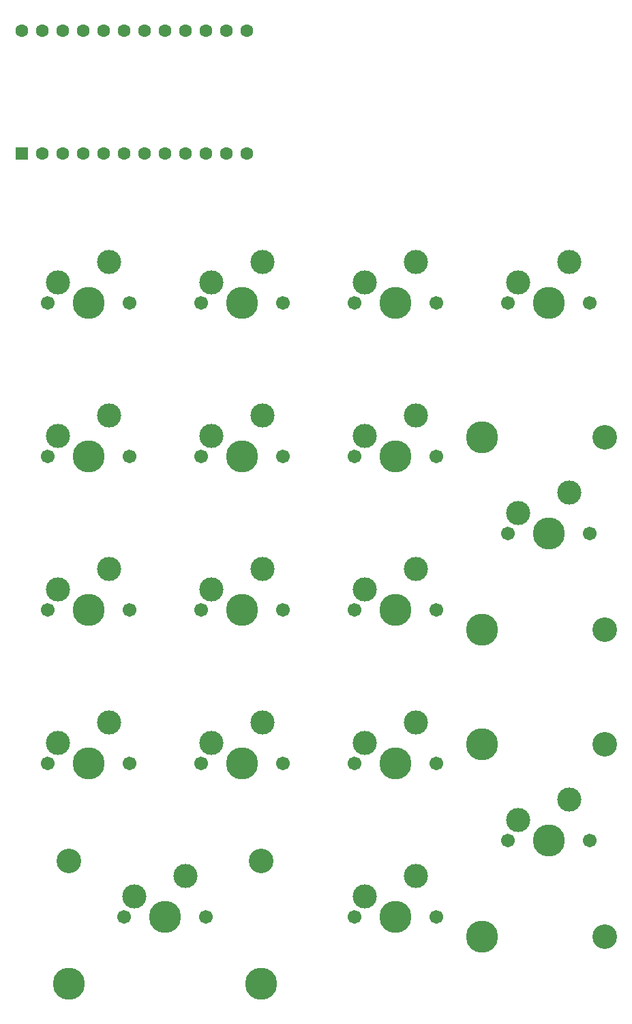
<source format=gbr>
%TF.GenerationSoftware,KiCad,Pcbnew,(6.0.10-0)*%
%TF.CreationDate,2023-02-04T09:28:37-08:00*%
%TF.ProjectId,ElephantKeyboard,456c6570-6861-46e7-944b-6579626f6172,rev?*%
%TF.SameCoordinates,Original*%
%TF.FileFunction,Soldermask,Top*%
%TF.FilePolarity,Negative*%
%FSLAX46Y46*%
G04 Gerber Fmt 4.6, Leading zero omitted, Abs format (unit mm)*
G04 Created by KiCad (PCBNEW (6.0.10-0)) date 2023-02-04 09:28:37*
%MOMM*%
%LPD*%
G01*
G04 APERTURE LIST*
%ADD10C,3.000000*%
%ADD11C,3.987800*%
%ADD12C,1.701800*%
%ADD13C,3.048000*%
%ADD14R,1.600000X1.600000*%
%ADD15C,1.600000*%
G04 APERTURE END LIST*
D10*
%TO.C,MX7*%
X113728500Y-87122000D03*
D11*
X111188500Y-92202000D03*
D10*
X107378500Y-89662000D03*
D12*
X116268500Y-92202000D03*
X106108500Y-92202000D03*
%TD*%
%TO.C,MX10*%
X106108500Y-111252000D03*
D10*
X107378500Y-108712000D03*
D11*
X111188500Y-111252000D03*
D12*
X116268500Y-111252000D03*
D10*
X113728500Y-106172000D03*
%TD*%
%TO.C,MX8*%
X75628500Y-106172000D03*
X69278500Y-108712000D03*
D12*
X68008500Y-111252000D03*
D11*
X73088500Y-111252000D03*
D12*
X78168500Y-111252000D03*
%TD*%
D10*
%TO.C,MX13*%
X88328500Y-127762000D03*
D11*
X92138500Y-130302000D03*
D12*
X87058500Y-130302000D03*
D10*
X94678500Y-125222000D03*
D12*
X97218500Y-130302000D03*
%TD*%
%TO.C,MX6*%
X87058500Y-92202000D03*
D11*
X92138500Y-92202000D03*
D10*
X88328500Y-89662000D03*
D12*
X97218500Y-92202000D03*
D10*
X94678500Y-87122000D03*
%TD*%
D13*
%TO.C,MX17*%
X137223500Y-127889000D03*
D12*
X125158500Y-139827000D03*
D13*
X137223500Y-151765000D03*
D10*
X132778500Y-134747000D03*
D12*
X135318500Y-139827000D03*
D11*
X121983500Y-127889000D03*
X121983500Y-151765000D03*
D10*
X126428500Y-137287000D03*
D11*
X130238500Y-139827000D03*
%TD*%
D14*
%TO.C,U1*%
X64770000Y-54610000D03*
D15*
X67310000Y-54610000D03*
X69850000Y-54610000D03*
X72390000Y-54610000D03*
X74930000Y-54610000D03*
X77470000Y-54610000D03*
X80010000Y-54610000D03*
X82550000Y-54610000D03*
X85090000Y-54610000D03*
X87630000Y-54610000D03*
X90170000Y-54610000D03*
X92710000Y-54610000D03*
X92710000Y-39370000D03*
X90170000Y-39370000D03*
X87630000Y-39370000D03*
X85090000Y-39370000D03*
X82550000Y-39370000D03*
X80010000Y-39370000D03*
X77470000Y-39370000D03*
X74930000Y-39370000D03*
X72390000Y-39370000D03*
X69850000Y-39370000D03*
X67310000Y-39370000D03*
X64770000Y-39370000D03*
%TD*%
D11*
%TO.C,MX11*%
X121983500Y-113665000D03*
D13*
X137223500Y-113665000D03*
D11*
X121983500Y-89789000D03*
D13*
X137223500Y-89789000D03*
D12*
X125158500Y-101727000D03*
D11*
X130238500Y-101727000D03*
D10*
X132778500Y-96647000D03*
X126428500Y-99187000D03*
D12*
X135318500Y-101727000D03*
%TD*%
%TO.C,MX3*%
X106108500Y-73152000D03*
X116268500Y-73152000D03*
D11*
X111188500Y-73152000D03*
D10*
X113728500Y-68072000D03*
X107378500Y-70612000D03*
%TD*%
D11*
%TO.C,MX5*%
X73088500Y-92202000D03*
D10*
X69278500Y-89662000D03*
D12*
X68008500Y-92202000D03*
D10*
X75628500Y-87122000D03*
D12*
X78168500Y-92202000D03*
%TD*%
D10*
%TO.C,MX4*%
X126428500Y-70612000D03*
D12*
X125158500Y-73152000D03*
D10*
X132778500Y-68072000D03*
D12*
X135318500Y-73152000D03*
D11*
X130238500Y-73152000D03*
%TD*%
D10*
%TO.C,MX14*%
X113728500Y-125222000D03*
D12*
X106108500Y-130302000D03*
D11*
X111188500Y-130302000D03*
D10*
X107378500Y-127762000D03*
D12*
X116268500Y-130302000D03*
%TD*%
D11*
%TO.C,MX2*%
X92138500Y-73152000D03*
D12*
X97218500Y-73152000D03*
D10*
X88328500Y-70612000D03*
X94678500Y-68072000D03*
D12*
X87058500Y-73152000D03*
%TD*%
D11*
%TO.C,MX15*%
X70675500Y-157607000D03*
D10*
X85153500Y-144272000D03*
D13*
X94551500Y-142367000D03*
X70675500Y-142367000D03*
D11*
X94551500Y-157607000D03*
D12*
X87693500Y-149352000D03*
X77533500Y-149352000D03*
D11*
X82613500Y-149352000D03*
D10*
X78803500Y-146812000D03*
%TD*%
%TO.C,MX9*%
X94678500Y-106172000D03*
D12*
X87058500Y-111252000D03*
D10*
X88328500Y-108712000D03*
D11*
X92138500Y-111252000D03*
D12*
X97218500Y-111252000D03*
%TD*%
D10*
%TO.C,MX16*%
X113728500Y-144272000D03*
D12*
X116268500Y-149352000D03*
X106108500Y-149352000D03*
D10*
X107378500Y-146812000D03*
D11*
X111188500Y-149352000D03*
%TD*%
D10*
%TO.C,MX12*%
X75628500Y-125222000D03*
X69278500Y-127762000D03*
D12*
X78168500Y-130302000D03*
X68008500Y-130302000D03*
D11*
X73088500Y-130302000D03*
%TD*%
D12*
%TO.C,MX1*%
X78168500Y-73152000D03*
D11*
X73088500Y-73152000D03*
D10*
X69278500Y-70612000D03*
D12*
X68008500Y-73152000D03*
D10*
X75628500Y-68072000D03*
%TD*%
M02*

</source>
